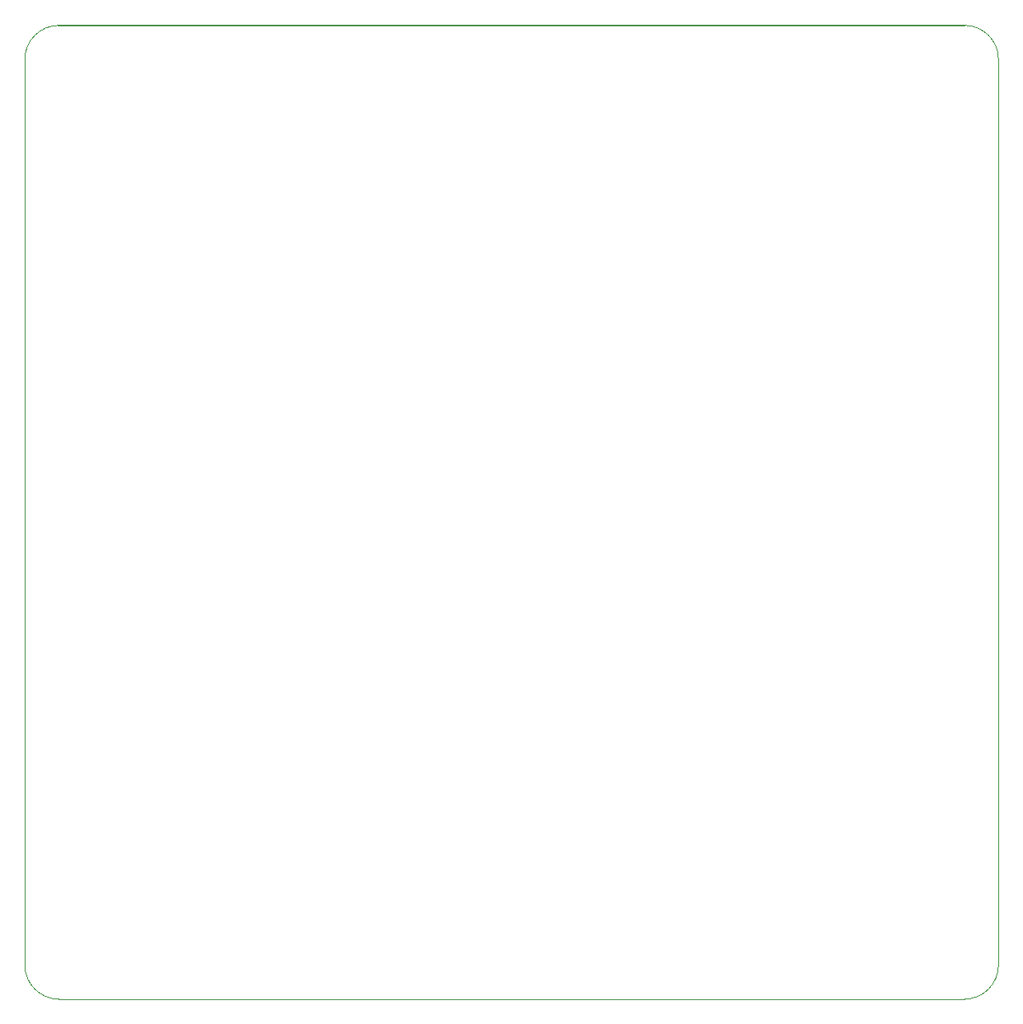
<source format=gbr>
%TF.GenerationSoftware,KiCad,Pcbnew,8.0.6*%
%TF.CreationDate,2024-12-08T12:16:10-08:00*%
%TF.ProjectId,dsp3,64737033-2e6b-4696-9361-645f70636258,rev?*%
%TF.SameCoordinates,Original*%
%TF.FileFunction,Profile,NP*%
%FSLAX46Y46*%
G04 Gerber Fmt 4.6, Leading zero omitted, Abs format (unit mm)*
G04 Created by KiCad (PCBNEW 8.0.6) date 2024-12-08 12:16:10*
%MOMM*%
%LPD*%
G01*
G04 APERTURE LIST*
%TA.AperFunction,Profile*%
%ADD10C,0.200000*%
%TD*%
%TA.AperFunction,Profile*%
%ADD11C,0.100000*%
%TD*%
G04 APERTURE END LIST*
D10*
X116000000Y-47500000D02*
X23000000Y-47500000D01*
D11*
X116000000Y-47500000D02*
G75*
G02*
X119500000Y-51000000I0J-3500000D01*
G01*
X119500000Y-51000000D02*
X119500000Y-144000000D01*
X116000000Y-147500000D02*
X23000000Y-147500000D01*
X19500000Y-51000000D02*
G75*
G02*
X23000000Y-47500000I3500000J0D01*
G01*
X19500000Y-144000000D02*
X19500000Y-51000000D01*
X23000000Y-147500000D02*
G75*
G02*
X19500000Y-144000000I0J3500000D01*
G01*
X119500000Y-144000000D02*
G75*
G02*
X116000000Y-147500000I-3500000J0D01*
G01*
M02*

</source>
